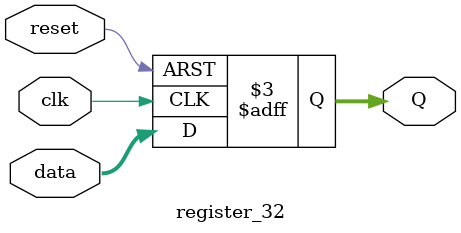
<source format=v>
`timescale 1ns / 1ps
module register_32 
#(parameter DEFAULT_VALUE = 32'h6a09e667)
(clk, reset, data, Q);
	 
	input wire clk;
	input wire reset;
	input wire[31:0] data;
	output reg [31:0] Q;
	 
	always @(posedge reset or posedge clk) begin
		if(reset == 1) begin
			Q <= DEFAULT_VALUE;
		end else begin
			Q <= data;
		end
	end
  
endmodule

</source>
